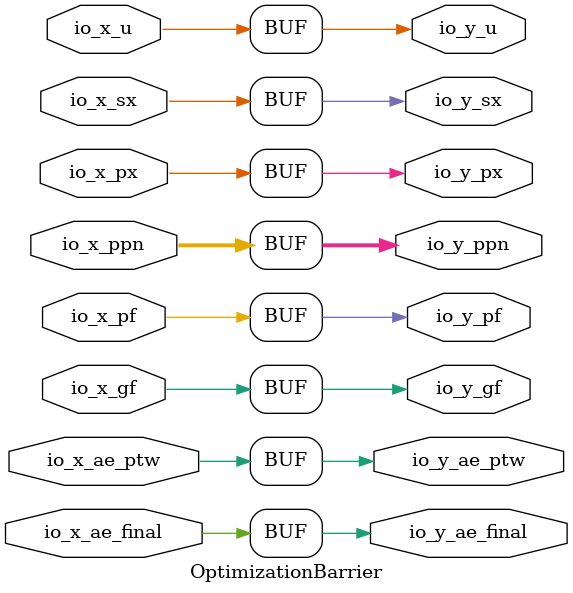
<source format=sv>

`ifndef ASSERT_VERBOSE_COND_
  `ifdef ASSERT_VERBOSE_COND
    `define ASSERT_VERBOSE_COND_ (`ASSERT_VERBOSE_COND)
  `else  // ASSERT_VERBOSE_COND
    `define ASSERT_VERBOSE_COND_ 1
  `endif // ASSERT_VERBOSE_COND
`endif // not def ASSERT_VERBOSE_COND_

// Users can define 'STOP_COND' to add an extra gate to stop conditions.
`ifndef STOP_COND_
  `ifdef STOP_COND
    `define STOP_COND_ (`STOP_COND)
  `else  // STOP_COND
    `define STOP_COND_ 1
  `endif // STOP_COND
`endif // not def STOP_COND_

module OptimizationBarrier(
  input  [20:0] io_x_ppn,
  input         io_x_u,
                io_x_ae_ptw,
                io_x_ae_final,
                io_x_pf,
                io_x_gf,
                io_x_sx,
                io_x_px,
  output [20:0] io_y_ppn,
  output        io_y_u,
                io_y_ae_ptw,
                io_y_ae_final,
                io_y_pf,
                io_y_gf,
                io_y_sx,
                io_y_px
);

  assign io_y_ppn = io_x_ppn;
  assign io_y_u = io_x_u;
  assign io_y_ae_ptw = io_x_ae_ptw;
  assign io_y_ae_final = io_x_ae_final;
  assign io_y_pf = io_x_pf;
  assign io_y_gf = io_x_gf;
  assign io_y_sx = io_x_sx;
  assign io_y_px = io_x_px;
endmodule


</source>
